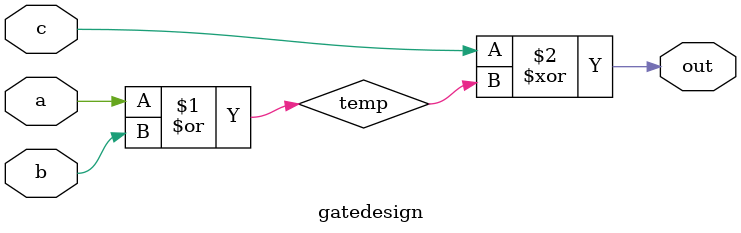
<source format=v>
/* 
 or , and  circuit
*/
module gatedesign
(
 a,
 b,
 c,
 out
 );

	input a;
	input b;
	input c;

	output out;

	wire temp;

   assign temp = a | b;
   assign out = c ^ temp ;
 
endmodule // 
</source>
